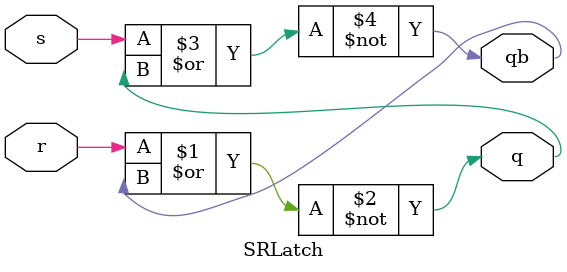
<source format=v>
module SRLatch(s,r,q,qb);
input s,r;
output wire q,qb;

//nand n1(q,s,qb);
//nand n2(qb,r,q);

nor n1(q,r,qb);
nor n2(qb,s,q);

endmodule

</source>
